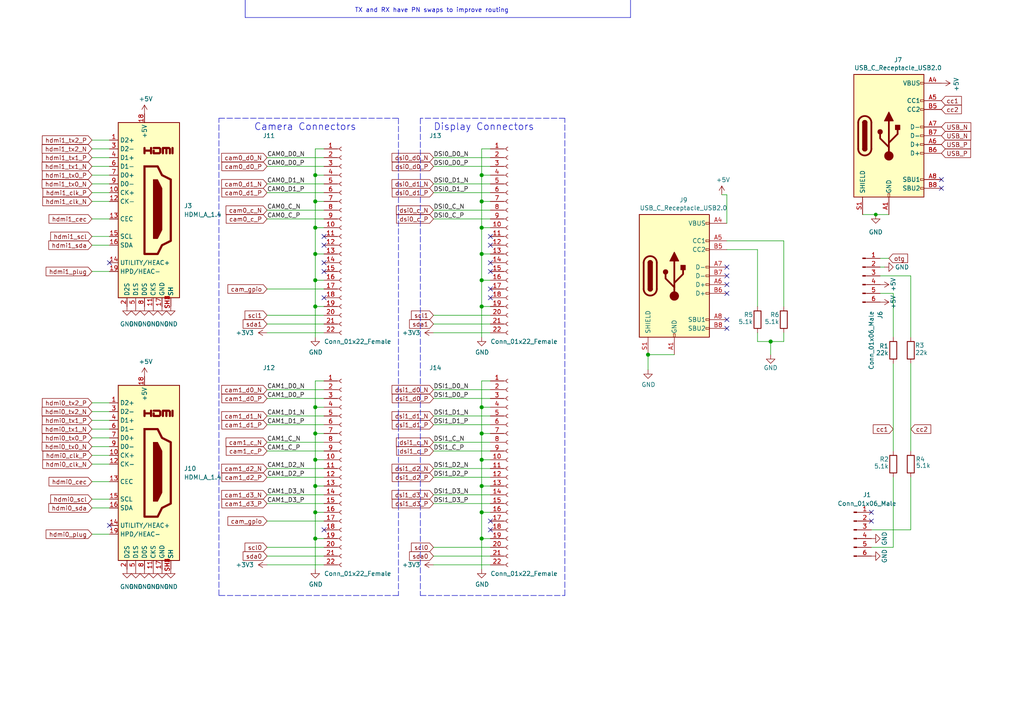
<source format=kicad_sch>
(kicad_sch (version 20250114) (generator "eeschema") (generator_version "9.0")
  (paper "A4")
  (lib_symbols
    (symbol "CM4IO:HDMI_A_1.4"
      (property "Reference" "J" (at -6.35 26.67 0))
      (property "Value" "HDMI_A_1.4" (at 10.16 26.67 0))
      (symbol "HDMI_A_1.4_0_0"
        (pin passive line (at 7.62 -27.94 90) (length 2.54) (name "SH") (number "SH2"))
        (pin passive line (at 7.62 -27.94 90) (length 2.54) (name "SH") (number "SH3"))
        (pin passive line (at 7.62 -27.94 90) (length 2.54) (name "SH") (number "SH4"))
      )
      (symbol "HDMI_A_1.4_1_1"
        (pin passive line (at -10.16 20.32 0) (length 2.54) (name "D2+") (number "1"))
        (pin passive line (at -10.16 17.78 0) (length 2.54) (name "D2-") (number "3"))
        (pin passive line (at -10.16 15.24 0) (length 2.54) (name "D1+") (number "4"))
        (pin passive line (at -10.16 12.7 0) (length 2.54) (name "D1-") (number "6"))
        (pin passive line (at -10.16 10.16 0) (length 2.54) (name "D0+") (number "7"))
        (pin passive line (at -10.16 7.62 0) (length 2.54) (name "D0-") (number "9"))
        (pin passive line (at -10.16 5.08 0) (length 2.54) (name "CK+") (number "10"))
        (pin passive line (at -10.16 2.54 0) (length 2.54) (name "CK-") (number "12"))
        (pin bidirectional line (at -10.16 -2.54 0) (length 2.54) (name "CEC") (number "13"))
        (pin passive line (at -10.16 -7.62 0) (length 2.54) (name "SCL") (number "15"))
        (pin bidirectional line (at -10.16 -10.16 0) (length 2.54) (name "SDA") (number "16"))
        (pin passive line (at -10.16 -15.24 0) (length 2.54) (name "UTILITY/HEAC+") (number "14"))
        (pin passive line (at -10.16 -17.78 0) (length 2.54) (name "HPD/HEAC-") (number "19"))
        (pin power_in line (at -5.08 -27.94 90) (length 2.54) (name "D2S") (number "2"))
        (pin power_in line (at -2.54 -27.94 90) (length 2.54) (name "D1S") (number "5"))
        (pin power_in line (at 0 27.94 270) (length 2.54) (name "+5V") (number "18"))
        (pin power_in line (at 0 -27.94 90) (length 2.54) (name "D0S") (number "8"))
        (pin power_in line (at 2.54 -27.94 90) (length 2.54) (name "CKS") (number "11"))
        (pin power_in line (at 5.08 -27.94 90) (length 2.54) (name "GND") (number "17"))
        (pin passive line (at 7.62 -27.94 90) (length 2.54) (name "SH") (number "SH1"))
      )
    )
    (symbol "CM4IO:PCIe-x1"
      (property "Reference" "J" (at -13.97 36.83 0))
      (property "Value" "PCIe-x1" (at -5.08 -13.97 0))
      (symbol "PCIe-x1_0_0"
        (pin power_in line (at -19.05 33.02 0) (length 5.08) (name "+12v") (number "B1"))
        (pin power_in line (at -19.05 30.48 0) (length 5.08) (name "+12v") (number "B2"))
        (pin power_in line (at -19.05 27.94 0) (length 5.08) (name "+12v") (number "B3"))
        (pin power_in line (at -19.05 25.4 0) (length 5.08) (name "GND") (number "B4"))
        (pin passive line (at -19.05 22.86 0) (length 5.08) (name "SMCLK") (number "B5"))
        (pin passive line (at -19.05 20.32 0) (length 5.08) (name "SMDAT") (number "B6"))
        (pin power_in line (at -19.05 17.78 0) (length 5.08) (name "GND") (number "B7"))
        (pin power_in line (at -19.05 15.24 0) (length 5.08) (name "+3.3v") (number "B8"))
        (pin input line (at -19.05 12.7 0) (length 5.08) (name "nTRST") (number "B9"))
        (pin power_in line (at -19.05 10.16 0) (length 5.08) (name "+3.3vAUX") (number "B10"))
        (pin open_collector line (at -19.05 7.62 0) (length 5.08) (name "nWAKE") (number "B11"))
        (pin open_collector line (at -19.05 5.08 0) (length 5.08) (name "nCLKREQ") (number "B12"))
        (pin power_in line (at -19.05 2.54 0) (length 5.08) (name "GND") (number "B13"))
        (pin input line (at -19.05 0 0) (length 5.08) (name "PETP0") (number "B14"))
        (pin input line (at -19.05 -2.54 0) (length 5.08) (name "PETN0") (number "B15"))
        (pin power_in line (at -19.05 -5.08 0) (length 5.08) (name "GND") (number "B16"))
        (pin passive line (at -19.05 -7.62 0) (length 5.08) (name "nPRSNT2") (number "B17"))
        (pin power_in line (at -19.05 -10.16 0) (length 5.08) (name "GND") (number "B18"))
        (pin passive line (at 10.16 33.02 180) (length 5.08) (name "nPRSNT1") (number "A1"))
        (pin power_in line (at 10.16 30.48 180) (length 5.08) (name "+12V") (number "A2"))
        (pin power_in line (at 10.16 27.94 180) (length 5.08) (name "+12V") (number "A3"))
        (pin power_in line (at 10.16 25.4 180) (length 5.08) (name "GND") (number "A4"))
        (pin input line (at 10.16 22.86 180) (length 5.08) (name "TCK") (number "A5"))
        (pin input line (at 10.16 20.32 180) (length 5.08) (name "TDI") (number "A6"))
        (pin output line (at 10.16 17.78 180) (length 5.08) (name "TD0") (number "A7"))
        (pin input line (at 10.16 15.24 180) (length 5.08) (name "TMS") (number "A8"))
        (pin power_in line (at 10.16 12.7 180) (length 5.08) (name "+3.3V") (number "A9"))
        (pin power_in line (at 10.16 10.16 180) (length 5.08) (name "+3.3V") (number "A10"))
        (pin input line (at 10.16 7.62 180) (length 5.08) (name "nPERST") (number "A11"))
        (pin power_in line (at 10.16 5.08 180) (length 5.08) (name "GND") (number "A12"))
        (pin input line (at 10.16 2.54 180) (length 5.08) (name "REFCLK+") (number "A13"))
        (pin input line (at 10.16 0 180) (length 5.08) (name "REFCLK-") (number "A14"))
        (pin power_in line (at 10.16 -2.54 180) (length 5.08) (name "GND") (number "A15"))
        (pin output line (at 10.16 -5.08 180) (length 5.08) (name "PERP0") (number "A16"))
        (pin output line (at 10.16 -7.62 180) (length 5.08) (name "PERN0") (number "A17"))
        (pin power_in line (at 10.16 -10.16 180) (length 5.08) (name "GND") (number "A18"))
      )
    )
    (symbol "Connector:Conn_01x06_Male" (pin_names (offset 1.016) (hide yes))
      (property "Reference" "J" (at 0 7.62 0))
      (property "Value" "Conn_01x06_Male" (at 0 -10.16 0))
      (symbol "Conn_01x06_Male_1_1"
        (pin passive line (at 5.08 5.08 180) (length 3.81) (name "Pin_1") (number "1"))
        (pin passive line (at 5.08 2.54 180) (length 3.81) (name "Pin_2") (number "2"))
        (pin passive line (at 5.08 0 180) (length 3.81) (name "Pin_3") (number "3"))
        (pin passive line (at 5.08 -2.54 180) (length 3.81) (name "Pin_4") (number "4"))
        (pin passive line (at 5.08 -5.08 180) (length 3.81) (name "Pin_5") (number "5"))
        (pin passive line (at 5.08 -7.62 180) (length 3.81) (name "Pin_6") (number "6"))
      )
    )
    (symbol "Connector:Conn_01x22_Female" (pin_names (hide yes))
      (property "Reference" "J" (at 0 27.94 0))
      (property "Value" "Conn_01x22_Female" (at 0 -30.48 0))
      (symbol "Conn_01x22_Female_1_1"
        (pin passive line (at -5.08 25.4 0) (length 3.81) (name "Pin_1") (number "1"))
        (pin passive line (at -5.08 22.86 0) (length 3.81) (name "Pin_2") (number "2"))
        (pin passive line (at -5.08 20.32 0) (length 3.81) (name "Pin_3") (number "3"))
        (pin passive line (at -5.08 17.78 0) (length 3.81) (name "Pin_4") (number "4"))
        (pin passive line (at -5.08 15.24 0) (length 3.81) (name "Pin_5") (number "5"))
        (pin passive line (at -5.08 12.7 0) (length 3.81) (name "Pin_6") (number "6"))
        (pin passive line (at -5.08 10.16 0) (length 3.81) (name "Pin_7") (number "7"))
        (pin passive line (at -5.08 7.62 0) (length 3.81) (name "Pin_8") (number "8"))
        (pin passive line (at -5.08 5.08 0) (length 3.81) (name "Pin_9") (number "9"))
        (pin passive line (at -5.08 2.54 0) (length 3.81) (name "Pin_10") (number "10"))
        (pin passive line (at -5.08 0 0) (length 3.81) (name "Pin_11") (number "11"))
        (pin passive line (at -5.08 -2.54 0) (length 3.81) (name "Pin_12") (number "12"))
        (pin passive line (at -5.08 -5.08 0) (length 3.81) (name "Pin_13") (number "13"))
        (pin passive line (at -5.08 -7.62 0) (length 3.81) (name "Pin_14") (number "14"))
        (pin passive line (at -5.08 -10.16 0) (length 3.81) (name "Pin_15") (number "15"))
        (pin passive line (at -5.08 -12.7 0) (length 3.81) (name "Pin_16") (number "16"))
        (pin passive line (at -5.08 -15.24 0) (length 3.81) (name "Pin_17") (number "17"))
        (pin passive line (at -5.08 -17.78 0) (length 3.81) (name "Pin_18") (number "18"))
        (pin passive line (at -5.08 -20.32 0) (length 3.81) (name "Pin_19") (number "19"))
        (pin passive line (at -5.08 -22.86 0) (length 3.81) (name "Pin_20") (number "20"))
        (pin passive line (at -5.08 -25.4 0) (length 3.81) (name "Pin_21") (number "21"))
        (pin passive line (at -5.08 -27.94 0) (length 3.81) (name "Pin_22") (number "22"))
      )
    )
    (symbol "Connector:USB_C_Receptacle_USB2.0" (pin_names (offset 1.016))
      (property "Reference" "J" (at -10.16 19.05 0))
      (property "Value" "USB_C_Receptacle_USB2.0" (at 19.05 19.05 0))
      (symbol "USB_C_Receptacle_USB2.0_1_1"
        (pin passive line (at -7.62 -22.86 90) (length 5.08) (name "SHIELD") (number "S1"))
        (pin passive line (at 0 -22.86 90) (length 5.08) (name "GND") (number "A1"))
        (pin passive line (at 0 -22.86 90) (length 5.08) (hide yes) (name "GND") (number "A12"))
        (pin passive line (at 0 -22.86 90) (length 5.08) (hide yes) (name "GND") (number "B1"))
        (pin passive line (at 0 -22.86 90) (length 5.08) (hide yes) (name "GND") (number "B12"))
        (pin passive line (at 15.24 15.24 180) (length 5.08) (name "VBUS") (number "A4"))
        (pin passive line (at 15.24 15.24 180) (length 5.08) (hide yes) (name "VBUS") (number "A9"))
        (pin passive line (at 15.24 15.24 180) (length 5.08) (hide yes) (name "VBUS") (number "B4"))
        (pin passive line (at 15.24 15.24 180) (length 5.08) (hide yes) (name "VBUS") (number "B9"))
        (pin bidirectional line (at 15.24 10.16 180) (length 5.08) (name "CC1") (number "A5"))
        (pin bidirectional line (at 15.24 7.62 180) (length 5.08) (name "CC2") (number "B5"))
        (pin bidirectional line (at 15.24 2.54 180) (length 5.08) (name "D-") (number "A7"))
        (pin bidirectional line (at 15.24 0 180) (length 5.08) (name "D-") (number "B7"))
        (pin bidirectional line (at 15.24 -2.54 180) (length 5.08) (name "D+") (number "A6"))
        (pin bidirectional line (at 15.24 -5.08 180) (length 5.08) (name "D+") (number "B6"))
        (pin bidirectional line (at 15.24 -12.7 180) (length 5.08) (name "SBU1") (number "A8"))
        (pin bidirectional line (at 15.24 -15.24 180) (length 5.08) (name "SBU2") (number "B8"))
      )
    )
    (symbol "Device:R" (pin_numbers (hide yes)) (pin_names (offset 0))
      (property "Reference" "R" (at 2.032 0 90))
      (property "Value" "R" (at 0 0 90))
      (symbol "R_1_1"
        (pin passive line (at 0 3.81 270) (length 1.27) (name "~") (number "1"))
        (pin passive line (at 0 -3.81 90) (length 1.27) (name "~") (number "2"))
      )
    )
    (symbol "power:+3V3" (power) (pin_names (offset 0))
      (property "Value" "+3V3" (at 0 3.556 0))
      (symbol "+3V3_1_1"
        (pin power_in line (at 0 0 90) (length 0) (hide yes) (name "+3V3") (number "1"))
      )
    )
    (symbol "power:+5V" (power) (pin_names (offset 0))
      (property "Value" "+5V" (at 0 3.556 0))
      (symbol "+5V_1_1"
        (pin power_in line (at 0 0 90) (length 0) (hide yes) (name "+5V") (number "1"))
      )
    )
    (symbol "power:GND" (power) (pin_names (offset 0))
      (property "Value" "GND" (at 0 -3.81 0))
      (symbol "GND_1_1"
        (pin power_in line (at 0 0 270) (length 0) (hide yes) (name "GND") (number "1"))
      )
    )
  )
  (text "Camera Connectors" (at 73.66 38.1 0) (effects (font (size 2.0066 2.0066)) (justify left bottom)))
  (text "TX and RX have PN swaps to improve routing\n" (at 102.87 3.81 0) (effects (font (size 1.27 1.27)) (justify left bottom)))
  (text "NB PCIe x1 takes a maximum of +12v @0.6A or +3.3v@3A , 10Watts combined" (at 91.44 0 0) (effects (font (size 1.27 1.27)) (justify left bottom)))
  (text "PCIe x1 connector" (at 130.81 -64.77 0) (effects (font (size 1.27 1.27)) (justify right bottom)))
  (text "Display Connectors" (at 125.73 38.1 0) (effects (font (size 2.0066 2.0066)) (justify left bottom)))
  (junction (at 139.7 81.28) (diameter 1.016))
  (junction (at 91.44 118.11) (diameter 1.016))
  (junction (at 223.52 99.06) (diameter 1.016))
  (junction (at 91.44 88.9) (diameter 1.016))
  (junction (at 107.95 -19.05) (diameter 1.016))
  (junction (at 139.7 -21.59) (diameter 1.016))
  (junction (at 91.44 133.35) (diameter 1.016))
  (junction (at 254 62.23))
  (junction (at 139.7 -29.21) (diameter 1.016))
  (junction (at 139.7 133.35) (diameter 1.016))
  (junction (at 139.7 73.66) (diameter 1.016))
  (junction (at 139.7 58.42) (diameter 1.016))
  (junction (at 91.44 156.21) (diameter 1.016))
  (junction (at 91.44 125.73) (diameter 1.016))
  (junction (at 91.44 58.42) (diameter 1.016))
  (junction (at 139.7 125.73) (diameter 1.016))
  (junction (at 107.95 -26.67) (diameter 1.016))
  (junction (at 187.96 102.87) (diameter 1.016))
  (junction (at 139.7 148.59) (diameter 1.016))
  (junction (at 91.44 81.28) (diameter 1.016))
  (junction (at 107.95 -41.91) (diameter 1.016))
  (junction (at 91.44 140.97) (diameter 1.016))
  (junction (at 106.68 -39.37) (diameter 1.016))
  (junction (at 139.7 156.21) (diameter 1.016))
  (junction (at 142.24 -44.45) (diameter 1.016))
  (junction (at 139.7 88.9) (diameter 1.016))
  (junction (at 106.68 -36.83) (diameter 1.016))
  (junction (at 139.7 66.04) (diameter 1.016))
  (junction (at 139.7 50.8) (diameter 1.016))
  (junction (at 91.44 50.8) (diameter 1.016))
  (junction (at 142.24 -46.99) (diameter 1.016))
  (junction (at 142.24 -36.83) (diameter 1.016))
  (junction (at 91.44 73.66) (diameter 1.016))
  (junction (at 91.44 148.59) (diameter 1.016))
  (junction (at 91.44 66.04) (diameter 1.016))
  (junction (at 139.7 140.97) (diameter 1.016))
  (junction (at 139.7 118.11) (diameter 1.016))
  (junction (at 107.95 -13.97) (diameter 1.016))
  (junction (at 142.24 -39.37) (diameter 1.016))
  (junction (at 139.7 -13.97) (diameter 1.016))
  (no_connect (at 93.98 71.12))
  (no_connect (at 109.22 -16.51))
  (no_connect (at 210.82 85.09))
  (no_connect (at 210.82 77.47))
  (no_connect (at 93.98 153.67))
  (no_connect (at 142.24 71.12))
  (no_connect (at 210.82 80.01))
  (no_connect (at 109.22 -46.99))
  (no_connect (at 210.82 92.71))
  (no_connect (at 210.82 82.55))
  (no_connect (at 93.98 68.58))
  (no_connect (at 93.98 78.74))
  (no_connect (at 210.82 95.25))
  (no_connect (at 109.22 -31.75))
  (no_connect (at 142.24 78.74))
  (no_connect (at 142.24 151.13))
  (no_connect (at 93.98 86.36))
  (no_connect (at 93.98 76.2))
  (no_connect (at 109.22 -44.45))
  (no_connect (at 273.05 52.07))
  (no_connect (at 252.73 148.59))
  (no_connect (at 31.75 76.2))
  (no_connect (at 31.75 152.4))
  (no_connect (at 142.24 153.67))
  (no_connect (at 138.43 -41.91))
  (no_connect (at 142.24 68.58))
  (no_connect (at 142.24 86.36))
  (no_connect (at 142.24 83.82))
  (no_connect (at 252.73 151.13))
  (no_connect (at 142.24 76.2))
  (no_connect (at 273.05 54.61))
  (no_connect (at 138.43 -57.15))
  (wire (pts (xy 139.7 -49.53) (xy 139.7 -29.21)))
  (wire (pts (xy 139.7 118.11) (xy 139.7 125.73)))
  (wire (pts (xy 109.22 -26.67) (xy 107.95 -26.67)))
  (wire (pts (xy 91.44 58.42) (xy 93.98 58.42)))
  (wire (pts (xy 259.08 105.41) (xy 259.08 130.81)))
  (wire (pts (xy 77.47 138.43) (xy 93.98 138.43)))
  (wire (pts (xy 26.67 139.7) (xy 31.75 139.7)))
  (wire (pts (xy 264.16 138.43) (xy 264.16 153.67)))
  (wire (pts (xy 93.98 161.29) (xy 77.47 161.29)))
  (wire (pts (xy 264.16 80.01) (xy 264.16 97.79)))
  (wire (pts (xy 26.67 124.46) (xy 31.75 124.46)))
  (wire (pts (xy 139.7 50.8) (xy 139.7 58.42)))
  (wire (pts (xy 255.27 85.09) (xy 259.08 85.09)))
  (wire (pts (xy 93.98 43.18) (xy 91.44 43.18)))
  (wire (pts (xy 26.67 53.34) (xy 31.75 53.34)))
  (wire (pts (xy 138.43 -21.59) (xy 139.7 -21.59)))
  (wire (pts (xy 139.7 58.42) (xy 142.24 58.42)))
  (wire (pts (xy 210.82 64.77) (xy 210.82 56.4896)))
  (wire (pts (xy 77.47 48.26) (xy 93.98 48.26)))
  (wire (pts (xy 139.7 156.21) (xy 139.7 165.1)))
  (wire (pts (xy 219.71 72.39) (xy 219.71 88.9)))
  (wire (pts (xy 125.73 146.05) (xy 142.24 146.05)))
  (wire (pts (xy 26.67 154.94) (xy 31.75 154.94)))
  (wire (pts (xy 139.7 73.66) (xy 142.24 73.66)))
  (wire (pts (xy 91.44 81.28) (xy 91.44 88.9)))
  (wire (pts (xy 93.98 163.83) (xy 77.47 163.83)))
  (wire (pts (xy 139.7 88.9) (xy 142.24 88.9)))
  (wire (pts (xy 125.73 128.27) (xy 142.24 128.27)))
  (wire (pts (xy 109.22 -49.53) (xy 107.95 -49.53)))
  (wire (pts (xy 139.7 110.49) (xy 139.7 118.11)))
  (polyline (pts (xy 182.88 -69.85) (xy 182.88 5.08)) (stroke (width 0) (type solid)))
  (polyline (pts (xy 121.92 34.29) (xy 121.92 172.72)) (stroke (width 0) (type dash)))
  (wire (pts (xy 26.67 132.08) (xy 31.75 132.08)))
  (wire (pts (xy 139.7 -13.97) (xy 139.7 -10.16)))
  (polyline (pts (xy 163.83 34.29) (xy 121.92 34.29)) (stroke (width 0) (type dash)))
  (wire (pts (xy 26.67 134.62) (xy 31.75 134.62)))
  (wire (pts (xy 125.73 123.19) (xy 142.24 123.19)))
  (wire (pts (xy 139.7 140.97) (xy 142.24 140.97)))
  (wire (pts (xy 107.95 -13.97) (xy 109.22 -13.97)))
  (wire (pts (xy 139.7 148.59) (xy 142.24 148.59)))
  (wire (pts (xy 139.7 140.97) (xy 139.7 148.59)))
  (wire (pts (xy 264.16 105.41) (xy 264.16 130.81)))
  (wire (pts (xy 91.44 140.97) (xy 93.98 140.97)))
  (wire (pts (xy 91.44 73.66) (xy 91.44 81.28)))
  (wire (pts (xy 26.67 50.8) (xy 31.75 50.8)))
  (wire (pts (xy 91.44 58.42) (xy 91.44 66.04)))
  (wire (pts (xy 109.22 -21.59) (xy 93.98 -21.59)))
  (wire (pts (xy 77.47 113.03) (xy 93.98 113.03)))
  (wire (pts (xy 94.615 -57.15) (xy 109.22 -57.15)))
  (polyline (pts (xy 163.83 172.72) (xy 163.83 34.29)) (stroke (width 0) (type dash)))
  (wire (pts (xy 26.67 119.38) (xy 31.75 119.38)))
  (wire (pts (xy 138.43 -26.67) (xy 152.4 -26.67)))
  (wire (pts (xy 255.27 80.01) (xy 264.16 80.01)))
  (wire (pts (xy 109.22 -29.21) (xy 93.98 -29.21)))
  (wire (pts (xy 26.67 116.84) (xy 31.75 116.84)))
  (wire (pts (xy 138.43 -39.37) (xy 142.24 -39.37)))
  (wire (pts (xy 95.25 -39.37) (xy 106.68 -39.37)))
  (wire (pts (xy 109.22 -54.61) (xy 109.22 -52.07)))
  (wire (pts (xy 91.44 66.04) (xy 91.44 73.66)))
  (wire (pts (xy 139.7 81.28) (xy 139.7 88.9)))
  (wire (pts (xy 139.7 88.9) (xy 139.7 97.79)))
  (wire (pts (xy 77.47 130.81) (xy 93.98 130.81)))
  (wire (pts (xy 106.68 -39.37) (xy 106.68 -36.83)))
  (wire (pts (xy 125.73 115.57) (xy 142.24 115.57)))
  (wire (pts (xy 26.67 45.72) (xy 31.75 45.72)))
  (wire (pts (xy 125.73 45.72) (xy 142.24 45.72)))
  (wire (pts (xy 142.24 161.29) (xy 125.73 161.29)))
  (polyline (pts (xy 182.88 5.08) (xy 71.12 5.08)) (stroke (width 0) (type solid)))
  (wire (pts (xy 139.7 73.66) (xy 139.7 81.28)))
  (wire (pts (xy 106.68 -36.83) (xy 109.22 -36.83)))
  (wire (pts (xy 125.73 130.81) (xy 142.24 130.81)))
  (wire (pts (xy 93.98 83.82) (xy 77.47 83.82)))
  (wire (pts (xy 91.44 118.11) (xy 93.98 118.11)))
  (wire (pts (xy 91.44 50.8) (xy 91.44 58.42)))
  (wire (pts (xy 139.7 125.73) (xy 142.24 125.73)))
  (wire (pts (xy 187.96 102.87) (xy 187.96 107.2388)))
  (wire (pts (xy 107.95 -19.05) (xy 107.95 -13.97)))
  (wire (pts (xy 125.73 135.89) (xy 142.24 135.89)))
  (wire (pts (xy 77.47 115.57) (xy 93.98 115.57)))
  (wire (pts (xy 139.7 133.35) (xy 142.24 133.35)))
  (polyline (pts (xy 71.12 5.08) (xy 71.12 -69.85)) (stroke (width 0) (type solid)))
  (wire (pts (xy 125.73 53.34) (xy 142.24 53.34)))
  (wire (pts (xy 26.67 58.42) (xy 31.75 58.42)))
  (wire (pts (xy 107.95 -26.67) (xy 107.95 -19.05)))
  (polyline (pts (xy 71.12 -69.85) (xy 182.88 -69.85)) (stroke (width 0) (type solid)))
  (wire (pts (xy 77.47 128.27) (xy 93.98 128.27)))
  (wire (pts (xy 142.24 43.18) (xy 139.7 43.18)))
  (wire (pts (xy 26.67 144.78) (xy 31.75 144.78)))
  (wire (pts (xy 91.44 110.49) (xy 91.44 118.11)))
  (wire (pts (xy 91.44 81.28) (xy 93.98 81.28)))
  (wire (pts (xy 109.22 -19.05) (xy 107.95 -19.05)))
  (wire (pts (xy 142.24 -46.99) (xy 148.59 -46.99)))
  (wire (pts (xy 227.33 69.85) (xy 227.33 88.9)))
  (wire (pts (xy 91.44 125.73) (xy 93.98 125.73)))
  (wire (pts (xy 139.7 50.8) (xy 142.24 50.8)))
  (wire (pts (xy 125.73 60.96) (xy 142.24 60.96)))
  (wire (pts (xy 138.43 -34.29) (xy 142.24 -34.29)))
  (wire (pts (xy 252.73 158.75) (xy 259.08 158.75)))
  (wire (pts (xy 91.44 140.97) (xy 91.44 148.59)))
  (wire (pts (xy 77.47 53.34) (xy 93.98 53.34)))
  (wire (pts (xy 91.44 50.8) (xy 93.98 50.8)))
  (wire (pts (xy 139.7 58.42) (xy 139.7 66.04)))
  (wire (pts (xy 26.67 147.32) (xy 31.75 147.32)))
  (wire (pts (xy 26.67 43.18) (xy 31.75 43.18)))
  (wire (pts (xy 138.43 -16.51) (xy 152.4 -16.51)))
  (wire (pts (xy 109.22 -24.13) (xy 93.98 -24.13)))
  (wire (pts (xy 26.67 71.12) (xy 31.75 71.12)))
  (wire (pts (xy 223.52 99.06) (xy 223.52 102.87)))
  (wire (pts (xy 109.22 -41.91) (xy 107.95 -41.91)))
  (wire (pts (xy 93.98 96.52) (xy 77.47 96.52)))
  (wire (pts (xy 125.73 113.03) (xy 142.24 113.03)))
  (wire (pts (xy 77.47 135.89) (xy 93.98 135.89)))
  (wire (pts (xy 142.24 -44.45) (xy 142.24 -39.37)))
  (wire (pts (xy 106.68 -36.83) (xy 106.68 -34.29)))
  (wire (pts (xy 219.71 96.52) (xy 219.71 99.06)))
  (wire (pts (xy 259.08 85.09) (xy 259.08 97.79)))
  (wire (pts (xy 107.95 -41.91) (xy 107.95 -26.67)))
  (wire (pts (xy 107.95 -49.53) (xy 107.95 -41.91)))
  (wire (pts (xy 138.43 -24.13) (xy 152.4 -24.13)))
  (wire (pts (xy 142.24 96.52) (xy 125.73 96.52)))
  (wire (pts (xy 77.47 60.96) (xy 93.98 60.96)))
  (wire (pts (xy 77.47 143.51) (xy 93.98 143.51)))
  (wire (pts (xy 139.7 81.28) (xy 142.24 81.28)))
  (wire (pts (xy 91.44 125.73) (xy 91.44 133.35)))
  (wire (pts (xy 93.98 93.98) (xy 77.47 93.98)))
  (wire (pts (xy 139.7 148.59) (xy 139.7 156.21)))
  (wire (pts (xy 138.43 -49.53) (xy 139.7 -49.53)))
  (wire (pts (xy 125.73 48.26) (xy 142.24 48.26)))
  (wire (pts (xy 138.43 -36.83) (xy 142.24 -36.83)))
  (wire (pts (xy 139.7 66.04) (xy 142.24 66.04)))
  (wire (pts (xy 93.98 91.44) (xy 77.47 91.44)))
  (wire (pts (xy 91.44 133.35) (xy 91.44 140.97)))
  (wire (pts (xy 91.44 156.21) (xy 91.44 165.1)))
  (wire (pts (xy 254 62.23) (xy 257.81 62.23)))
  (wire (pts (xy 91.44 118.11) (xy 91.44 125.73)))
  (wire (pts (xy 91.44 156.21) (xy 93.98 156.21)))
  (wire (pts (xy 26.67 63.5) (xy 31.75 63.5)))
  (wire (pts (xy 142.24 -34.29) (xy 142.24 -36.83)))
  (wire (pts (xy 91.44 88.9) (xy 91.44 97.79)))
  (wire (pts (xy 142.24 93.98) (xy 125.73 93.98)))
  (wire (pts (xy 259.08 138.43) (xy 259.08 158.75)))
  (wire (pts (xy 139.7 118.11) (xy 142.24 118.11)))
  (wire (pts (xy 138.43 -19.05) (xy 152.4 -19.05)))
  (wire (pts (xy 91.44 148.59) (xy 93.98 148.59)))
  (wire (pts (xy 26.67 68.58) (xy 31.75 68.58)))
  (wire (pts (xy 26.67 129.54) (xy 31.75 129.54)))
  (wire (pts (xy 91.44 43.18) (xy 91.44 50.8)))
  (wire (pts (xy 139.7 -29.21) (xy 139.7 -21.59)))
  (wire (pts (xy 139.7 156.21) (xy 142.24 156.21)))
  (wire (pts (xy 227.33 99.06) (xy 223.52 99.06)))
  (wire (pts (xy 91.44 148.59) (xy 91.44 156.21)))
  (wire (pts (xy 142.24 158.75) (xy 125.73 158.75)))
  (wire (pts (xy 138.43 -44.45) (xy 142.24 -44.45)))
  (wire (pts (xy 77.47 151.13) (xy 93.98 151.13)))
  (wire (pts (xy 139.7 66.04) (xy 139.7 73.66)))
  (wire (pts (xy 125.73 63.5) (xy 142.24 63.5)))
  (wire (pts (xy 26.67 127) (xy 31.75 127)))
  (polyline (pts (xy 121.92 172.72) (xy 163.83 172.72)) (stroke (width 0) (type dash)))
  (wire (pts (xy 187.96 102.87) (xy 195.58 102.87)))
  (wire (pts (xy 210.82 72.39) (xy 219.71 72.39)))
  (wire (pts (xy 93.98 110.49) (xy 91.44 110.49)))
  (wire (pts (xy 139.7 -21.59) (xy 139.7 -13.97)))
  (wire (pts (xy 255.27 77.47) (xy 256.54 77.47)))
  (wire (pts (xy 125.73 55.88) (xy 142.24 55.88)))
  (wire (pts (xy 77.47 120.65) (xy 93.98 120.65)))
  (wire (pts (xy 26.67 48.26) (xy 31.75 48.26)))
  (wire (pts (xy 139.7 133.35) (xy 139.7 140.97)))
  (wire (pts (xy 142.24 91.44) (xy 125.73 91.44)))
  (wire (pts (xy 91.44 88.9) (xy 93.98 88.9)))
  (wire (pts (xy 77.47 123.19) (xy 93.98 123.19)))
  (wire (pts (xy 26.67 121.92) (xy 31.75 121.92)))
  (wire (pts (xy 139.7 125.73) (xy 139.7 133.35)))
  (wire (pts (xy 106.68 -34.29) (xy 109.22 -34.29)))
  (wire (pts (xy 91.44 73.66) (xy 93.98 73.66)))
  (wire (pts (xy 142.24 110.49) (xy 139.7 110.49)))
  (wire (pts (xy 138.43 -54.61) (xy 148.59 -54.61)))
  (wire (pts (xy 142.24 -39.37) (xy 142.24 -36.83)))
  (wire (pts (xy 77.47 146.05) (xy 93.98 146.05)))
  (polyline (pts (xy 115.57 172.72) (xy 63.5 172.72)) (stroke (width 0) (type dash)))
  (wire (pts (xy 139.7 43.18) (xy 139.7 50.8)))
  (wire (pts (xy 77.47 63.5) (xy 93.98 63.5)))
  (wire (pts (xy 93.98 158.75) (xy 77.47 158.75)))
  (wire (pts (xy 138.43 -29.21) (xy 139.7 -29.21)))
  (wire (pts (xy 139.7 -13.97) (xy 138.43 -13.97)))
  (wire (pts (xy 138.43 -46.99) (xy 142.24 -46.99)))
  (wire (pts (xy 107.95 -13.97) (xy 107.95 -10.16)))
  (wire (pts (xy 219.71 99.06) (xy 223.52 99.06)))
  (polyline (pts (xy 63.5 172.72) (xy 63.5 34.29)) (stroke (width 0) (type dash)))
  (wire (pts (xy 91.44 66.04) (xy 93.98 66.04)))
  (wire (pts (xy 106.68 -39.37) (xy 109.22 -39.37)))
  (wire (pts (xy 91.44 133.35) (xy 93.98 133.35)))
  (wire (pts (xy 26.67 40.64) (xy 31.75 40.64)))
  (wire (pts (xy 125.73 143.51) (xy 142.24 143.51)))
  (wire (pts (xy 77.47 45.72) (xy 93.98 45.72)))
  (wire (pts (xy 26.67 55.88) (xy 31.75 55.88)))
  (wire (pts (xy 77.47 55.88) (xy 93.98 55.88)))
  (wire (pts (xy 125.73 120.65) (xy 142.24 120.65)))
  (wire (pts (xy 252.73 153.67) (xy 264.16 153.67)))
  (wire (pts (xy 142.24 -46.99) (xy 142.24 -44.45)))
  (wire (pts (xy 250.19 62.23) (xy 254 62.23)))
  (wire (pts (xy 209.3468 56.4896) (xy 210.82 56.4896)))
  (wire (pts (xy 26.67 78.74) (xy 31.75 78.74)))
  (polyline (pts (xy 115.57 34.29) (xy 115.57 172.72)) (stroke (width 0) (type dash)))
  (wire (pts (xy 142.24 163.83) (xy 125.73 163.83)))
  (wire (pts (xy 227.33 96.52) (xy 227.33 99.06)))
  (wire (pts (xy 125.73 138.43) (xy 142.24 138.43)))
  (wire (pts (xy 138.43 -52.07) (xy 138.43 -54.61)))
  (polyline (pts (xy 63.5 34.29) (xy 115.57 34.29)) (stroke (width 0) (type dash)))
  (wire (pts (xy 210.82 69.85) (xy 227.33 69.85)))
  (wire (pts (xy 138.43 -31.75) (xy 152.4 -31.75)))
  (wire (pts (xy 255.27 74.93) (xy 257.81 74.93)))
  (label "DSI0_D1_P" (at 125.73 55.88 0))
  (label "DSI0_D0_P" (at 125.73 48.26 0))
  (label "CAM1_D1_P" (at 77.47 123.19 0))
  (label "CAM0_C_P" (at 77.47 63.5 0))
  (label "CAM1_D2_P" (at 77.47 138.43 0))
  (label "+3.3v" (at 143.51 -46.99 0))
  (label "CAM1_C_N" (at 77.47 128.27 0))
  (label "CAM1_D2_N" (at 77.47 135.89 0))
  (label "DSI1_D3_N" (at 125.73 143.51 0))
  (label "CAM0_D0_P" (at 77.47 48.26 0))
  (label "DSI1_D1_P" (at 125.73 123.19 0))
  (label "DSI1_D2_P" (at 125.73 138.43 0))
  (label "CAM0_D1_N" (at 77.47 53.34 0))
  (label "DSI1_D0_P" (at 125.73 115.57 0))
  (label "DSI1_C_N" (at 125.73 128.27 0))
  (label "CAM1_C_P" (at 77.47 130.81 0))
  (label "CAM0_D0_N" (at 77.47 45.72 0))
  (label "+3.3v" (at 97.79 -39.37 0))
  (label "+12v" (at 97.79 -57.15 0))
  (label "DSI1_D0_N" (at 125.73 113.03 0))
  (label "DSI0_D0_N" (at 125.73 45.72 0))
  (label "CAM1_D3_N" (at 77.47 143.51 0))
  (label "CAM1_D0_N" (at 77.47 113.03 0))
  (label "CAM0_D1_P" (at 77.47 55.88 0))
  (label "+12v" (at 143.51 -54.61 0))
  (label "DSI1_C_P" (at 125.73 130.81 0))
  (label "DSI1_D1_N" (at 125.73 120.65 0))
  (label "DSI0_C_N" (at 125.73 60.96 0))
  (label "CAM1_D0_P" (at 77.47 115.57 0))
  (label "CAM1_D1_N" (at 77.47 120.65 0))
  (label "CAM1_D3_P" (at 77.47 146.05 0))
  (label "CAM0_C_N" (at 77.47 60.96 0))
  (label "DSI0_D1_N" (at 125.73 53.34 0))
  (label "DSI1_D3_P" (at 125.73 146.05 0))
  (label "DSI0_C_P" (at 125.73 63.5 0))
  (label "DSI1_D2_N" (at 125.73 135.89 0))
  (global_label "dsi0_c_N" (shape input) (at 125.73 60.96 180) (property "Intersheetrefs" "${INTERSHEET_REFS}" (effects (hide yes))))
  (global_label "cam0_d0_N" (shape input) (at 77.47 45.72 180) (property "Intersheetrefs" "${INTERSHEET_REFS}" (effects (hide yes))))
  (global_label "cam0_d1_P" (shape input) (at 77.47 55.88 180) (property "Intersheetrefs" "${INTERSHEET_REFS}" (effects (hide yes))))
  (global_label "hdmi1_tx1_N" (shape input) (at 26.67 48.26 180) (property "Intersheetrefs" "${INTERSHEET_REFS}" (effects (hide yes))))
  (global_label "hdmi0_tx0_P" (shape input) (at 26.67 127 180) (property "Intersheetrefs" "${INTERSHEET_REFS}" (effects (hide yes))))
  (global_label "dsi1_d2_P" (shape input) (at 125.73 138.43 180) (property "Intersheetrefs" "${INTERSHEET_REFS}" (effects (hide yes))))
  (global_label "USB_P" (shape input) (at 273.05 44.45 0) (property "Intersheetrefs" "${INTERSHEET_REFS}" (effects (hide yes))))
  (global_label "dsi1_d3_N" (shape input) (at 125.73 143.51 180) (property "Intersheetrefs" "${INTERSHEET_REFS}" (effects (hide yes))))
  (global_label "dsi1_d1_N" (shape input) (at 125.73 120.65 180) (property "Intersheetrefs" "${INTERSHEET_REFS}" (effects (hide yes))))
  (global_label "cam1_d3_P" (shape input) (at 77.47 146.05 180) (property "Intersheetrefs" "${INTERSHEET_REFS}" (effects (hide yes))))
  (global_label "hdmi1_tx2_P" (shape input) (at 26.67 40.64 180) (property "Intersheetrefs" "${INTERSHEET_REFS}" (effects (hide yes))))
  (global_label "hdmi1_sda" (shape input) (at 26.67 71.12 180) (property "Intersheetrefs" "${INTERSHEET_REFS}" (effects (hide yes))))
  (global_label "cam0_c_N" (shape input) (at 77.47 60.96 180) (property "Intersheetrefs" "${INTERSHEET_REFS}" (effects (hide yes))))
  (global_label "cam1_c_N" (shape input) (at 77.47 128.27 180) (property "Intersheetrefs" "${INTERSHEET_REFS}" (effects (hide yes))))
  (global_label "otg" (shape input) (at 257.81 74.93 0) (property "Intersheetrefs" "${INTERSHEET_REFS}" (effects (hide yes))))
  (global_label "sda1" (shape input) (at 77.47 93.98 180) (property "Intersheetrefs" "${INTERSHEET_REFS}" (effects (hide yes))))
  (global_label "hdmi1_tx1_P" (shape input) (at 26.67 45.72 180) (property "Intersheetrefs" "${INTERSHEET_REFS}" (effects (hide yes))))
  (global_label "dsi1_c_N" (shape input) (at 125.73 128.27 180) (property "Intersheetrefs" "${INTERSHEET_REFS}" (effects (hide yes))))
  (global_label "hdmi0_tx0_N" (shape input) (at 26.67 129.54 180) (property "Intersheetrefs" "${INTERSHEET_REFS}" (effects (hide yes))))
  (global_label "dsi1_d1_P" (shape input) (at 125.73 123.19 180) (property "Intersheetrefs" "${INTERSHEET_REFS}" (effects (hide yes))))
  (global_label "USB_N" (shape input) (at 273.05 36.83 0) (property "Intersheetrefs" "${INTERSHEET_REFS}" (effects (hide yes))))
  (global_label "cam1_d1_N" (shape input) (at 77.47 120.65 180) (property "Intersheetrefs" "${INTERSHEET_REFS}" (effects (hide yes))))
  (global_label "hdmi0_tx1_P" (shape input) (at 26.67 121.92 180) (property "Intersheetrefs" "${INTERSHEET_REFS}" (effects (hide yes))))
  (global_label "cam1_d2_P" (shape input) (at 77.47 138.43 180) (property "Intersheetrefs" "${INTERSHEET_REFS}" (effects (hide yes))))
  (global_label "dsi0_d1_P" (shape input) (at 125.73 55.88 180) (property "Intersheetrefs" "${INTERSHEET_REFS}" (effects (hide yes))))
  (global_label "hdmi1_clk_N" (shape input) (at 26.67 58.42 180) (property "Intersheetrefs" "${INTERSHEET_REFS}" (effects (hide yes))))
  (global_label "cam1_d2_N" (shape input) (at 77.47 135.89 180) (property "Intersheetrefs" "${INTERSHEET_REFS}" (effects (hide yes))))
  (global_label "cc2" (shape input) (at 273.05 31.75 0) (property "Intersheetrefs" "${INTERSHEET_REFS}" (effects (hide yes))))
  (global_label "hdmi0_clk_P" (shape input) (at 26.67 132.08 180) (property "Intersheetrefs" "${INTERSHEET_REFS}" (effects (hide yes))))
  (global_label "hdmi0_tx2_N" (shape input) (at 26.67 119.38 180) (property "Intersheetrefs" "${INTERSHEET_REFS}" (effects (hide yes))))
  (global_label "dsi0_d0_N" (shape input) (at 125.73 45.72 180) (property "Intersheetrefs" "${INTERSHEET_REFS}" (effects (hide yes))))
  (global_label "dsi0_d0_P" (shape input) (at 125.73 48.26 180) (property "Intersheetrefs" "${INTERSHEET_REFS}" (effects (hide yes))))
  (global_label "sda1" (shape input) (at 125.73 93.98 180) (property "Intersheetrefs" "${INTERSHEET_REFS}" (effects (hide yes))))
  (global_label "scl1" (shape input) (at 125.73 91.44 180) (property "Intersheetrefs" "${INTERSHEET_REFS}" (effects (hide yes))))
  (global_label "cam0_d1_N" (shape input) (at 77.47 53.34 180) (property "Intersheetrefs" "${INTERSHEET_REFS}" (effects (hide yes))))
  (global_label "dsi1_d0_P" (shape input) (at 125.73 115.57 180) (property "Intersheetrefs" "${INTERSHEET_REFS}" (effects (hide yes))))
  (global_label "dsi1_c_P" (shape input) (at 125.73 130.81 180) (property "Intersheetrefs" "${INTERSHEET_REFS}" (effects (hide yes))))
  (global_label "cam_gpio" (shape input) (at 77.47 151.13 180) (property "Intersheetrefs" "${INTERSHEET_REFS}" (effects (hide yes))))
  (global_label "USB_P" (shape input) (at 273.05 41.91 0) (property "Intersheetrefs" "${INTERSHEET_REFS}" (effects (hide yes))))
  (global_label "hdmi0_tx1_N" (shape input) (at 26.67 124.46 180) (property "Intersheetrefs" "${INTERSHEET_REFS}" (effects (hide yes))))
  (global_label "dsi0_d1_N" (shape input) (at 125.73 53.34 180) (property "Intersheetrefs" "${INTERSHEET_REFS}" (effects (hide yes))))
  (global_label "hdmi1_cec" (shape input) (at 26.67 63.5 180) (property "Intersheetrefs" "${INTERSHEET_REFS}" (effects (hide yes))))
  (global_label "hdmi1_clk_P" (shape input) (at 26.67 55.88 180) (property "Intersheetrefs" "${INTERSHEET_REFS}" (effects (hide yes))))
  (global_label "sda0" (shape input) (at 77.47 161.29 180) (property "Intersheetrefs" "${INTERSHEET_REFS}" (effects (hide yes))))
  (global_label "scl1" (shape input) (at 77.47 91.44 180) (property "Intersheetrefs" "${INTERSHEET_REFS}" (effects (hide yes))))
  (global_label "hdmi1_scl" (shape input) (at 26.67 68.58 180) (property "Intersheetrefs" "${INTERSHEET_REFS}" (effects (hide yes))))
  (global_label "hdmi0_sda" (shape input) (at 26.67 147.32 180) (property "Intersheetrefs" "${INTERSHEET_REFS}" (effects (hide yes))))
  (global_label "hdmi1_tx2_N" (shape input) (at 26.67 43.18 180) (property "Intersheetrefs" "${INTERSHEET_REFS}" (effects (hide yes))))
  (global_label "hdmi0_plug" (shape input) (at 26.67 154.94 180) (property "Intersheetrefs" "${INTERSHEET_REFS}" (effects (hide yes))))
  (global_label "hdmi0_scl" (shape input) (at 26.67 144.78 180) (property "Intersheetrefs" "${INTERSHEET_REFS}" (effects (hide yes))))
  (global_label "scl0" (shape input) (at 125.73 158.75 180) (property "Intersheetrefs" "${INTERSHEET_REFS}" (effects (hide yes))))
  (global_label "hdmi0_tx2_P" (shape input) (at 26.67 116.84 180) (property "Intersheetrefs" "${INTERSHEET_REFS}" (effects (hide yes))))
  (global_label "cam1_d3_N" (shape input) (at 77.47 143.51 180) (property "Intersheetrefs" "${INTERSHEET_REFS}" (effects (hide yes))))
  (global_label "hdmi0_clk_N" (shape input) (at 26.67 134.62 180) (property "Intersheetrefs" "${INTERSHEET_REFS}" (effects (hide yes))))
  (global_label "cam1_d0_N" (shape input) (at 77.47 113.03 180) (property "Intersheetrefs" "${INTERSHEET_REFS}" (effects (hide yes))))
  (global_label "hdmi1_tx0_N" (shape input) (at 26.67 53.34 180) (property "Intersheetrefs" "${INTERSHEET_REFS}" (effects (hide yes))))
  (global_label "cc1" (shape input) (at 273.05 29.21 0) (property "Intersheetrefs" "${INTERSHEET_REFS}" (effects (hide yes))))
  (global_label "USB_N" (shape input) (at 273.05 39.37 0) (property "Intersheetrefs" "${INTERSHEET_REFS}" (effects (hide yes))))
  (global_label "dsi1_d3_P" (shape input) (at 125.73 146.05 180) (property "Intersheetrefs" "${INTERSHEET_REFS}" (effects (hide yes))))
  (global_label "cam0_c_P" (shape input) (at 77.47 63.5 180) (property "Intersheetrefs" "${INTERSHEET_REFS}" (effects (hide yes))))
  (global_label "cam1_d1_P" (shape input) (at 77.47 123.19 180) (property "Intersheetrefs" "${INTERSHEET_REFS}" (effects (hide yes))))
  (global_label "hdmi1_tx0_P" (shape input) (at 26.67 50.8 180) (property "Intersheetrefs" "${INTERSHEET_REFS}" (effects (hide yes))))
  (global_label "cc2" (shape input) (at 264.16 124.46 0) (property "Intersheetrefs" "${INTERSHEET_REFS}" (effects (hide yes))))
  (global_label "dsi1_d0_N" (shape input) (at 125.73 113.03 180) (property "Intersheetrefs" "${INTERSHEET_REFS}" (effects (hide yes))))
  (global_label "scl0" (shape input) (at 77.47 158.75 180) (property "Intersheetrefs" "${INTERSHEET_REFS}" (effects (hide yes))))
  (global_label "cam_gpio" (shape input) (at 77.47 83.82 180) (property "Intersheetrefs" "${INTERSHEET_REFS}" (effects (hide yes))))
  (global_label "cam1_c_P" (shape input) (at 77.47 130.81 180) (property "Intersheetrefs" "${INTERSHEET_REFS}" (effects (hide yes))))
  (global_label "hdmi0_cec" (shape input) (at 26.67 139.7 180) (property "Intersheetrefs" "${INTERSHEET_REFS}" (effects (hide yes))))
  (global_label "hdmi1_plug" (shape input) (at 26.67 78.74 180) (property "Intersheetrefs" "${INTERSHEET_REFS}" (effects (hide yes))))
  (global_label "dsi0_c_P" (shape input) (at 125.73 63.5 180) (property "Intersheetrefs" "${INTERSHEET_REFS}" (effects (hide yes))))
  (global_label "sda0" (shape input) (at 125.73 161.29 180) (property "Intersheetrefs" "${INTERSHEET_REFS}" (effects (hide yes))))
  (global_label "cc1" (shape input) (at 259.08 124.46 180) (property "Intersheetrefs" "${INTERSHEET_REFS}" (effects (hide yes))))
  (global_label "cam0_d0_P" (shape input) (at 77.47 48.26 180) (property "Intersheetrefs" "${INTERSHEET_REFS}" (effects (hide yes))))
  (global_label "cam1_d0_P" (shape input) (at 77.47 115.57 180) (property "Intersheetrefs" "${INTERSHEET_REFS}" (effects (hide yes))))
  (global_label "dsi1_d2_N" (shape input) (at 125.73 135.89 180) (property "Intersheetrefs" "${INTERSHEET_REFS}" (effects (hide yes))))
  (hierarchical_label "PCIE_RX_P" (shape output) (at 152.4 -16.51 0))
  (hierarchical_label "PCIE_TX_N" (shape input) (at 93.98 -24.13 180))
  (hierarchical_label "PCIE_nRST" (shape input) (at 152.4 -31.75 0))
  (hierarchical_label "PCIE_TX_P" (shape input) (at 93.98 -21.59 180))
  (hierarchical_label "+12v" (shape input) (at 94.615 -57.15 180))
  (hierarchical_label "PCIE_CLK_N" (shape input) (at 152.4 -24.13 0))
  (hierarchical_label "PCIE_RX_N" (shape output) (at 152.4 -19.05 0))
  (hierarchical_label "PCIE_CLK_P" (shape input) (at 152.4 -26.67 0))
  (hierarchical_label "PCIE_CLK_nREQ" (shape output) (at 93.98 -29.21 180))
  (symbol (lib_id "Connector:Conn_01x22_Female") (at 147.32 135.89 0) (unit 1)
    (property "Reference" "J14" (at 124.46 106.68 0) (effects (justify left)))
    (property "Value" "Conn_01x22_Female" (at 142.24 166.37 0) (effects (justify left)))
    (property "Footprint" "Connector_FFC-FPC:Hirose_FH12-22S-0.5SH_1x22-1MP_P0.50mm_Horizontal" (effects (hide yes)))
    (property "Datasheet" "https://www.hirose.com/product/document?clcode=&productname=&series=FH12&documenttype=Catalog&lang=en&documentid=D31648_en" (effects (hide yes)))
    (property "Field4" "Mouser" (effects (hide yes)))
    (property "Field5" "798-FH12-22S-0.5SH55" (effects (hide yes)))
    (property "Field6" "FH12-22S-0.5SH55" (effects (hide yes)))
    (property "Field7" "Hirose" (effects (hide yes)))
    (property "Part Description" "22 Position FFC, FPC Connector Contacts, Bottom 0.020\" (0.50mm) Surface Mount, Right Angle" (effects (hide yes)))
  )
  (symbol (lib_id "Connector:USB_C_Receptacle_USB2.0") (at 257.81 39.37 0) (unit 1)
    (property "Reference" "J7" (at 260.477 17.3798 0))
    (property "Value" "USB_C_Receptacle_USB2.0" (at 260.477 19.6785 0))
    (property "Footprint" "Connector_USB:USB_C_Receptacle_XKB_U262-16XN-4BVC11" (effects (hide yes)))
    (property "Datasheet" "https://www.usb.org/sites/default/files/documents/usb_type-c.zip" (effects (hide yes)))
  )
  (symbol (lib_id "power:GND") (at 41.91 88.9 0) (unit 1)
    (property "Reference" "#PWR07" (effects (hide yes)))
    (property "Value" "GND" (at 41.91 93.98 0))
  )
  (symbol (lib_id "power:GND") (at 49.53 165.1 0) (unit 1)
    (property "Reference" "#PWR015" (effects (hide yes)))
    (property "Value" "GND" (at 49.53 170.18 0))
  )
  (symbol (lib_id "power:GND") (at 44.45 165.1 0) (unit 1)
    (property "Reference" "#PWR011" (effects (hide yes)))
    (property "Value" "GND" (at 44.45 170.18 0))
  )
  (symbol (lib_id "Connector:Conn_01x22_Female") (at 99.06 135.89 0) (unit 1)
    (property "Reference" "J12" (at 76.2 106.68 0) (effects (justify left)))
    (property "Value" "Conn_01x22_Female" (at 93.98 166.37 0) (effects (justify left)))
    (property "Footprint" "Connector_FFC-FPC:Hirose_FH12-22S-0.5SH_1x22-1MP_P0.50mm_Horizontal" (effects (hide yes)))
    (property "Datasheet" "https://www.hirose.com/product/document?clcode=&productname=&series=FH12&documenttype=Catalog&lang=en&documentid=D31648_en" (effects (hide yes)))
    (property "Field4" "Mouser" (effects (hide yes)))
    (property "Field5" "798-FH12-22S-0.5SH55" (effects (hide yes)))
    (property "Field6" "FH12-22S-0.5SH55" (effects (hide yes)))
    (property "Field7" "Hirose" (effects (hide yes)))
    (property "Part Description" "22 Position FFC, FPC Connector Contacts, Bottom 0.020\" (0.50mm) Surface Mount, Right Angle" (effects (hide yes)))
  )
  (symbol (lib_id "power:GND") (at 256.54 77.47 90) (unit 1)
    (property "Reference" "#PWR0169" (effects (hide yes)))
    (property "Value" "GND" (at 261.62 77.47 90))
  )
  (symbol (lib_id "Connector:Conn_01x06_Male") (at 250.19 80.01 0) (unit 1)
    (property "Reference" "J6" (at 255.27 90.17 90) (effects (justify right)))
    (property "Value" "Conn_01x06_Male" (at 252.73 90.17 90) (effects (justify right)))
    (property "Footprint" "Connector_PinHeader_2.54mm:PinHeader_1x06_P2.54mm_Vertical" (effects (hide yes)))
  )
  (symbol (lib_id "power:GND") (at 252.73 156.21 90) (unit 1)
    (property "Reference" "#PWR0167" (effects (hide yes)))
    (property "Value" "GND" (at 256.54 156.21 0))
  )
  (symbol (lib_id "Device:R") (at 259.08 101.6 0) (unit 1)
    (property "Reference" "R1" (at 255.016 100.3808 0) (effects (justify left)))
    (property "Value" "22k" (at 254.0506 102.3624 0) (effects (justify left)))
    (property "Footprint" "Resistor_THT:R_Axial_DIN0207_L6.3mm_D2.5mm_P10.16mm_Horizontal" (effects (hide yes)))
  )
  (symbol (lib_id "power:GND") (at 107.95 -10.16 0) (unit 1)
    (property "Reference" "#PWR020" (effects (hide yes)))
    (property "Value" "GND" (at 108.077 -5.7658 0))
  )
  (symbol (lib_id "power:+5V") (at 255.27 87.63 270) (unit 1)
    (property "Reference" "#PWR0106" (effects (hide yes)))
    (property "Value" "+5V" (at 259.08 87.63 0))
  )
  (symbol (lib_id "power:GND") (at 39.37 88.9 0) (unit 1)
    (property "Reference" "#PWR03" (effects (hide yes)))
    (property "Value" "GND" (at 39.37 93.98 0))
  )
  (symbol (lib_id "power:GND") (at 46.99 88.9 0) (unit 1)
    (property "Reference" "#PWR012" (effects (hide yes)))
    (property "Value" "GND" (at 46.99 93.98 0))
  )
  (symbol (lib_id "Device:R") (at 219.71 92.71 0) (unit 1)
    (property "Reference" "R5" (at 215.7476 91.2876 0) (effects (justify left)))
    (property "Value" "5.1k" (at 214.122 93.3196 0) (effects (justify left)))
    (property "Footprint" "Resistor_THT:R_Axial_DIN0207_L6.3mm_D2.5mm_P10.16mm_Horizontal" (effects (hide yes)))
  )
  (symbol (lib_id "power:+5V") (at 41.91 109.22 0) (unit 1)
    (property "Reference" "#PWR08" (effects (hide yes)))
    (property "Value" "+5V" (at 42.2783 104.8956 0))
  )
  (symbol (lib_id "power:+3V3") (at 125.73 96.52 90) (unit 1)
    (property "Reference" "#PWR0103" (effects (hide yes)))
    (property "Value" "+3V3" (at 121.92 96.5199 90) (effects (justify left)))
  )
  (symbol (lib_id "power:+3V3") (at 77.47 96.52 90) (unit 1)
    (property "Reference" "#PWR0110" (effects (hide yes)))
    (property "Value" "+3V3" (at 73.66 96.5199 90) (effects (justify left)))
  )
  (symbol (lib_id "power:GND") (at 39.37 165.1 0) (unit 1)
    (property "Reference" "#PWR05" (effects (hide yes)))
    (property "Value" "GND" (at 39.37 170.18 0))
  )
  (symbol (lib_id "Device:R") (at 227.33 92.71 0) (unit 1)
    (property "Reference" "R6" (at 223.3676 91.2876 0) (effects (justify left)))
    (property "Value" "5.1k" (at 221.742 93.3196 0) (effects (justify left)))
    (property "Footprint" "Resistor_THT:R_Axial_DIN0207_L6.3mm_D2.5mm_P10.16mm_Horizontal" (effects (hide yes)))
  )
  (symbol (lib_id "power:+5V") (at 209.3468 56.4896 0) (unit 1)
    (property "Reference" "#PWR030" (effects (hide yes)))
    (property "Value" "+5V" (at 209.7151 52.1652 0))
  )
  (symbol (lib_id "power:GND") (at 139.7 97.79 0) (unit 1)
    (property "Reference" "#PWR018" (effects (hide yes)))
    (property "Value" "GND" (at 139.827 102.1842 0))
  )
  (symbol (lib_id "power:GND") (at 41.91 165.1 0) (unit 1)
    (property "Reference" "#PWR09" (effects (hide yes)))
    (property "Value" "GND" (at 41.91 170.18 0))
  )
  (symbol (lib_id "power:GND") (at 91.44 165.1 0) (unit 1)
    (property "Reference" "#PWR017" (effects (hide yes)))
    (property "Value" "GND" (at 91.567 169.4942 0))
  )
  (symbol (lib_id "power:GND") (at 46.99 165.1 0) (unit 1)
    (property "Reference" "#PWR013" (effects (hide yes)))
    (property "Value" "GND" (at 46.99 170.18 0))
  )
  (symbol (lib_id "power:+5V") (at 273.05 24.13 270) (unit 1)
    (property "Reference" "#PWR0171" (effects (hide yes)))
    (property "Value" "+5V" (at 277.3744 24.4983 0))
  )
  (symbol (lib_id "power:GND") (at 36.83 88.9 0) (unit 1)
    (property "Reference" "#PWR01" (effects (hide yes)))
    (property "Value" "GND" (at 36.83 93.98 0))
  )
  (symbol (lib_id "power:+5V") (at 41.91 33.02 0) (unit 1)
    (property "Reference" "#PWR06" (effects (hide yes)))
    (property "Value" "+5V" (at 42.2783 28.6956 0))
  )
  (symbol (lib_id "power:+3V3") (at 77.47 163.83 90) (unit 1)
    (property "Reference" "#PWR0109" (effects (hide yes)))
    (property "Value" "+3V3" (at 73.66 163.8299 90) (effects (justify left)))
  )
  (symbol (lib_id "Device:R") (at 264.16 134.62 0) (unit 1)
    (property "Reference" "R4" (at 265.5824 133.1976 0) (effects (justify left)))
    (property "Value" "5.1k" (at 265.6332 135.0264 0) (effects (justify left)))
    (property "Footprint" "Resistor_THT:R_Axial_DIN0207_L6.3mm_D2.5mm_P10.16mm_Horizontal" (effects (hide yes)))
  )
  (symbol (lib_id "power:GND") (at 187.96 107.2388 0) (unit 1)
    (property "Reference" "#PWR029" (effects (hide yes)))
    (property "Value" "GND" (at 188.0743 111.5632 0))
  )
  (symbol (lib_id "power:GND") (at 223.52 102.87 0) (unit 1)
    (property "Reference" "#PWR031" (effects (hide yes)))
    (property "Value" "GND" (at 223.52 106.68 0))
  )
  (symbol (lib_id "power:+3V3") (at 125.73 163.83 90) (unit 1)
    (property "Reference" "#PWR0108" (effects (hide yes)))
    (property "Value" "+3V3" (at 121.92 163.8299 90) (effects (justify left)))
  )
  (symbol (lib_id "power:GND") (at 49.53 88.9 0) (unit 1)
    (property "Reference" "#PWR014" (effects (hide yes)))
    (property "Value" "GND" (at 49.53 93.98 0))
  )
  (symbol (lib_id "Connector:Conn_01x22_Female") (at 147.32 68.58 0) (unit 1)
    (property "Reference" "J13" (at 124.46 39.37 0) (effects (justify left)))
    (property "Value" "Conn_01x22_Female" (at 142.24 99.06 0) (effects (justify left)))
    (property "Footprint" "Connector_FFC-FPC:Hirose_FH12-22S-0.5SH_1x22-1MP_P0.50mm_Horizontal" (effects (hide yes)))
    (property "Datasheet" "https://www.hirose.com/product/document?clcode=&productname=&series=FH12&documenttype=Catalog&lang=en&documentid=D31648_en" (effects (hide yes)))
    (property "Field4" "Mouser" (effects (hide yes)))
    (property "Field5" "798-FH12-22S-0.5SH55" (effects (hide yes)))
    (property "Field6" "FH12-22S-0.5SH55" (effects (hide yes)))
    (property "Field7" "Hirose" (effects (hide yes)))
    (property "Part Description" "22 Position FFC, FPC Connector Contacts, Bottom 0.020\" (0.50mm) Surface Mount, Right Angle" (effects (hide yes)))
  )
  (symbol (lib_id "power:GND") (at 252.73 161.29 90) (unit 1)
    (property "Reference" "#PWR0168" (effects (hide yes)))
    (property "Value" "GND" (at 256.54 161.29 0))
  )
  (symbol (lib_id "CM4IO:HDMI_A_1.4") (at 41.91 137.16 0) (unit 1)
    (property "Reference" "J10" (at 53.34 135.8899 0) (effects (justify left)))
    (property "Value" "HDMI_A_1.4" (at 53.34 138.4299 0) (effects (justify left)))
    (property "Footprint" "Connector_HDMI:HDMI_Micro-D_Molex_46765-1x01" (effects (hide yes)))
    (property "Datasheet" "https://en.wikipedia.org/wiki/HDMI" (effects (hide yes)))
  )
  (symbol (lib_id "power:GND") (at 139.7 -10.16 0) (unit 1)
    (property "Reference" "#PWR021" (effects (hide yes)))
    (property "Value" "GND" (at 139.827 -5.7658 0))
  )
  (symbol (lib_id "CM4IO:HDMI_A_1.4") (at 41.91 60.96 0) (unit 1)
    (property "Reference" "J3" (at 53.34 59.6899 0) (effects (justify left)))
    (property "Value" "HDMI_A_1.4" (at 53.34 62.2299 0) (effects (justify left)))
    (property "Footprint" "Connector_HDMI:HDMI_Micro-D_Molex_46765-1x01" (effects (hide yes)))
    (property "Datasheet" "https://en.wikipedia.org/wiki/HDMI" (effects (hide yes)))
  )
  (symbol (lib_id "power:GND") (at 254 62.23 0) (unit 1)
    (property "Reference" "#PWR0170" (effects (hide yes)))
    (property "Value" "GND" (at 254 67.31 0))
  )
  (symbol (lib_id "power:GND") (at 139.7 165.1 0) (unit 1)
    (property "Reference" "#PWR019" (effects (hide yes)))
    (property "Value" "GND" (at 139.827 169.4942 0))
  )
  (symbol (lib_id "Connector:Conn_01x22_Female") (at 99.06 68.58 0) (unit 1)
    (property "Reference" "J11" (at 76.2 39.37 0) (effects (justify left)))
    (property "Value" "Conn_01x22_Female" (at 93.98 99.06 0) (effects (justify left)))
    (property "Footprint" "Connector_FFC-FPC:Hirose_FH12-22S-0.5SH_1x22-1MP_P0.50mm_Horizontal" (effects (hide yes)))
    (property "Datasheet" "https://www.hirose.com/product/document?clcode=&productname=&series=FH12&documenttype=Catalog&lang=en&documentid=D31648_en" (effects (hide yes)))
    (property "Field4" "Mouser" (effects (hide yes)))
    (property "Field5" "798-FH12-22S-0.5SH55" (effects (hide yes)))
    (property "Field6" "FH12-22S-0.5SH55" (effects (hide yes)))
    (property "Field7" "Hirose" (effects (hide yes)))
    (property "Part Description" "22 Position FFC, FPC Connector Contacts, Bottom 0.020\" (0.50mm) Surface Mount, Right Angle" (effects (hide yes)))
  )
  (symbol (lib_id "Device:R") (at 264.16 101.6 0) (unit 1)
    (property "Reference" "R3" (at 265.3792 100.1776 0) (effects (justify left)))
    (property "Value" "22k" (at 265.43 102.3112 0) (effects (justify left)))
    (property "Footprint" "Resistor_THT:R_Axial_DIN0207_L6.3mm_D2.5mm_P10.16mm_Horizontal" (effects (hide yes)))
  )
  (symbol (lib_id "Connector:Conn_01x06_Male") (at 247.65 153.67 0) (unit 1)
    (property "Reference" "J1" (at 251.46 143.51 0))
    (property "Value" "Conn_01x06_Male" (at 251.46 146.05 0))
    (property "Footprint" "Connector_PinHeader_2.54mm:PinHeader_1x06_P2.54mm_Vertical" (effects (hide yes)))
  )
  (symbol (lib_id "power:GND") (at 36.83 165.1 0) (unit 1)
    (property "Reference" "#PWR02" (effects (hide yes)))
    (property "Value" "GND" (at 36.83 170.18 0))
  )
  (symbol (lib_id "Connector:USB_C_Receptacle_USB2.0") (at 195.58 80.01 0) (unit 1)
    (property "Reference" "J9" (at 198.247 58.0198 0))
    (property "Value" "USB_C_Receptacle_USB2.0" (at 198.247 60.3185 0))
    (property "Footprint" "Connector_USB:USB_C_Receptacle_XKB_U262-16XN-4BVC11" (effects (hide yes)))
    (property "Datasheet" "https://www.usb.org/sites/default/files/documents/usb_type-c.zip" (effects (hide yes)))
  )
  (symbol (lib_id "Device:R") (at 259.08 134.62 0) (unit 1)
    (property "Reference" "R2" (at 255.1176 133.1976 0) (effects (justify left)))
    (property "Value" "5.1k" (at 253.492 135.2296 0) (effects (justify left)))
    (property "Footprint" "Resistor_THT:R_Axial_DIN0207_L6.3mm_D2.5mm_P10.16mm_Horizontal" (effects (hide yes)))
  )
  (symbol (lib_id "CM4IO:PCIe-x1") (at 128.27 -24.13 0) (unit 1)
    (property "Reference" "J15" (at 123.825 -63.5 0))
    (property "Value" "PCIe-x1" (at 123.825 -60.96 0))
    (property "Footprint" "CM4IO:PCIex1-36" (effects (hide yes)))
  )
  (symbol (lib_id "power:GND") (at 44.45 88.9 0) (unit 1)
    (property "Reference" "#PWR010" (effects (hide yes)))
    (property "Value" "GND" (at 44.45 93.98 0))
  )
  (symbol (lib_id "power:+5V") (at 255.27 82.55 270) (unit 1)
    (property "Reference" "#PWR0107" (effects (hide yes)))
    (property "Value" "+5V" (at 259.08 82.55 0))
  )
  (symbol (lib_id "power:GND") (at 91.44 97.79 0) (unit 1)
    (property "Reference" "#PWR016" (effects (hide yes)))
    (property "Value" "GND" (at 91.567 102.1842 0))
  )
)
</source>
